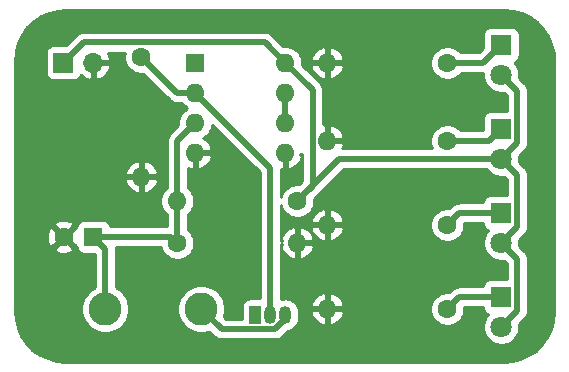
<source format=gbr>
G04 #@! TF.GenerationSoftware,KiCad,Pcbnew,(5.1.7)-1*
G04 #@! TF.CreationDate,2021-07-20T19:52:43-05:00*
G04 #@! TF.ProjectId,jfetTester,6a666574-5465-4737-9465-722e6b696361,rev?*
G04 #@! TF.SameCoordinates,Original*
G04 #@! TF.FileFunction,Copper,L1,Top*
G04 #@! TF.FilePolarity,Positive*
%FSLAX46Y46*%
G04 Gerber Fmt 4.6, Leading zero omitted, Abs format (unit mm)*
G04 Created by KiCad (PCBNEW (5.1.7)-1) date 2021-07-20 19:52:43*
%MOMM*%
%LPD*%
G01*
G04 APERTURE LIST*
G04 #@! TA.AperFunction,ComponentPad*
%ADD10R,1.700000X1.700000*%
G04 #@! TD*
G04 #@! TA.AperFunction,ComponentPad*
%ADD11O,1.700000X1.700000*%
G04 #@! TD*
G04 #@! TA.AperFunction,ComponentPad*
%ADD12R,1.600000X1.600000*%
G04 #@! TD*
G04 #@! TA.AperFunction,ComponentPad*
%ADD13C,1.600000*%
G04 #@! TD*
G04 #@! TA.AperFunction,ComponentPad*
%ADD14R,1.800000X1.800000*%
G04 #@! TD*
G04 #@! TA.AperFunction,ComponentPad*
%ADD15C,1.800000*%
G04 #@! TD*
G04 #@! TA.AperFunction,ComponentPad*
%ADD16O,1.050000X1.500000*%
G04 #@! TD*
G04 #@! TA.AperFunction,ComponentPad*
%ADD17R,1.050000X1.500000*%
G04 #@! TD*
G04 #@! TA.AperFunction,ComponentPad*
%ADD18O,1.600000X1.600000*%
G04 #@! TD*
G04 #@! TA.AperFunction,ComponentPad*
%ADD19C,2.800000*%
G04 #@! TD*
G04 #@! TA.AperFunction,Conductor*
%ADD20C,0.500000*%
G04 #@! TD*
G04 #@! TA.AperFunction,Conductor*
%ADD21C,0.254000*%
G04 #@! TD*
G04 #@! TA.AperFunction,Conductor*
%ADD22C,0.100000*%
G04 #@! TD*
G04 APERTURE END LIST*
D10*
G04 #@! TO.P,BT1,1*
G04 #@! TO.N,+9V*
X116840000Y-79248000D03*
D11*
G04 #@! TO.P,BT1,2*
G04 #@! TO.N,GND*
X119380000Y-79248000D03*
G04 #@! TD*
D12*
G04 #@! TO.P,C1,1*
G04 #@! TO.N,/4.5V*
X119380000Y-93980000D03*
D13*
G04 #@! TO.P,C1,2*
G04 #@! TO.N,GND*
X116880000Y-93980000D03*
G04 #@! TD*
D14*
G04 #@! TO.P,D1,1*
G04 #@! TO.N,Net-(D1-Pad1)*
X153924000Y-77724000D03*
D15*
G04 #@! TO.P,D1,2*
G04 #@! TO.N,+9V*
X153924000Y-80264000D03*
G04 #@! TD*
G04 #@! TO.P,D2,2*
G04 #@! TO.N,+9V*
X153924000Y-87376000D03*
D14*
G04 #@! TO.P,D2,1*
G04 #@! TO.N,Net-(D2-Pad1)*
X153924000Y-84836000D03*
G04 #@! TD*
G04 #@! TO.P,D3,1*
G04 #@! TO.N,Net-(D3-Pad1)*
X153924000Y-91948000D03*
D15*
G04 #@! TO.P,D3,2*
G04 #@! TO.N,+9V*
X153924000Y-94488000D03*
G04 #@! TD*
G04 #@! TO.P,D4,2*
G04 #@! TO.N,+9V*
X153924000Y-101600000D03*
D14*
G04 #@! TO.P,D4,1*
G04 #@! TO.N,Net-(D4-Pad1)*
X153924000Y-99060000D03*
G04 #@! TD*
D16*
G04 #@! TO.P,Q1,2*
G04 #@! TO.N,Net-(Q1-Pad2)*
X134366000Y-100584000D03*
G04 #@! TO.P,Q1,3*
G04 #@! TO.N,Net-(Q1-Pad3)*
X135636000Y-100584000D03*
D17*
G04 #@! TO.P,Q1,1*
G04 #@! TO.N,+9V*
X133096000Y-100584000D03*
G04 #@! TD*
D18*
G04 #@! TO.P,R1,2*
G04 #@! TO.N,/4.5V*
X126492000Y-90932000D03*
D13*
G04 #@! TO.P,R1,1*
G04 #@! TO.N,+9V*
X136652000Y-90932000D03*
G04 #@! TD*
G04 #@! TO.P,R2,1*
G04 #@! TO.N,/4.5V*
X126492000Y-94488000D03*
D18*
G04 #@! TO.P,R2,2*
G04 #@! TO.N,GND*
X136652000Y-94488000D03*
G04 #@! TD*
G04 #@! TO.P,R3,2*
G04 #@! TO.N,GND*
X123444000Y-88900000D03*
D13*
G04 #@! TO.P,R3,1*
G04 #@! TO.N,Net-(Q1-Pad2)*
X123444000Y-78740000D03*
G04 #@! TD*
G04 #@! TO.P,R4,1*
G04 #@! TO.N,Net-(D1-Pad1)*
X149352000Y-79248000D03*
D18*
G04 #@! TO.P,R4,2*
G04 #@! TO.N,GND*
X139192000Y-79248000D03*
G04 #@! TD*
G04 #@! TO.P,R5,2*
G04 #@! TO.N,GND*
X139192000Y-85852000D03*
D13*
G04 #@! TO.P,R5,1*
G04 #@! TO.N,Net-(D2-Pad1)*
X149352000Y-85852000D03*
G04 #@! TD*
G04 #@! TO.P,R6,1*
G04 #@! TO.N,Net-(D3-Pad1)*
X149352000Y-92964000D03*
D18*
G04 #@! TO.P,R6,2*
G04 #@! TO.N,GND*
X139192000Y-92964000D03*
G04 #@! TD*
D13*
G04 #@! TO.P,R7,1*
G04 #@! TO.N,Net-(D4-Pad1)*
X149352000Y-100076000D03*
D18*
G04 #@! TO.P,R7,2*
G04 #@! TO.N,GND*
X139192000Y-100076000D03*
G04 #@! TD*
D19*
G04 #@! TO.P,TP1,1*
G04 #@! TO.N,/4.5V*
X120396000Y-100076000D03*
G04 #@! TD*
G04 #@! TO.P,TP2,1*
G04 #@! TO.N,Net-(Q1-Pad3)*
X128524000Y-100076000D03*
G04 #@! TD*
D12*
G04 #@! TO.P,U1,1*
G04 #@! TO.N,Net-(Q1-Pad3)*
X128016000Y-79248000D03*
D18*
G04 #@! TO.P,U1,5*
G04 #@! TO.N,GND*
X135636000Y-86868000D03*
G04 #@! TO.P,U1,2*
G04 #@! TO.N,Net-(Q1-Pad2)*
X128016000Y-81788000D03*
G04 #@! TO.P,U1,6*
G04 #@! TO.N,Net-(U1-Pad6)*
X135636000Y-84328000D03*
G04 #@! TO.P,U1,3*
G04 #@! TO.N,/4.5V*
X128016000Y-84328000D03*
G04 #@! TO.P,U1,7*
G04 #@! TO.N,Net-(U1-Pad6)*
X135636000Y-81788000D03*
G04 #@! TO.P,U1,4*
G04 #@! TO.N,GND*
X128016000Y-86868000D03*
G04 #@! TO.P,U1,8*
G04 #@! TO.N,+9V*
X135636000Y-79248000D03*
G04 #@! TD*
D20*
G04 #@! TO.N,+9V*
X118598001Y-77489999D02*
X116840000Y-79248000D01*
X133877999Y-77489999D02*
X118598001Y-77489999D01*
X135636000Y-79248000D02*
X133877999Y-77489999D01*
X140208000Y-87376000D02*
X136652000Y-90932000D01*
X153924000Y-87376000D02*
X140208000Y-87376000D01*
X155274001Y-95838001D02*
X153924000Y-94488000D01*
X155274001Y-100249999D02*
X155274001Y-95838001D01*
X153924000Y-101600000D02*
X155274001Y-100249999D01*
X155274001Y-88726001D02*
X153924000Y-87376000D01*
X155274001Y-93137999D02*
X155274001Y-88726001D01*
X153924000Y-94488000D02*
X155274001Y-93137999D01*
X155274001Y-81614001D02*
X153924000Y-80264000D01*
X155274001Y-86025999D02*
X155274001Y-81614001D01*
X153924000Y-87376000D02*
X155274001Y-86025999D01*
X137941999Y-89642001D02*
X136652000Y-90932000D01*
X137941999Y-81553999D02*
X137941999Y-89642001D01*
X135636000Y-79248000D02*
X137941999Y-81553999D01*
G04 #@! TO.N,/4.5V*
X125984000Y-93980000D02*
X126492000Y-94488000D01*
X119380000Y-93980000D02*
X125984000Y-93980000D01*
X126492000Y-90932000D02*
X126492000Y-94488000D01*
X126492000Y-85852000D02*
X128016000Y-84328000D01*
X126492000Y-90932000D02*
X126492000Y-85852000D01*
X120396000Y-94996000D02*
X119380000Y-93980000D01*
X120396000Y-100076000D02*
X120396000Y-94996000D01*
G04 #@! TO.N,Net-(D1-Pad1)*
X152400000Y-79248000D02*
X153924000Y-77724000D01*
X149352000Y-79248000D02*
X152400000Y-79248000D01*
G04 #@! TO.N,Net-(D2-Pad1)*
X152908000Y-85852000D02*
X153924000Y-84836000D01*
X149352000Y-85852000D02*
X152908000Y-85852000D01*
G04 #@! TO.N,Net-(D3-Pad1)*
X150368000Y-91948000D02*
X149352000Y-92964000D01*
X153924000Y-91948000D02*
X150368000Y-91948000D01*
G04 #@! TO.N,Net-(D4-Pad1)*
X150368000Y-99060000D02*
X149352000Y-100076000D01*
X153924000Y-99060000D02*
X150368000Y-99060000D01*
G04 #@! TO.N,Net-(Q1-Pad2)*
X126492000Y-81788000D02*
X123444000Y-78740000D01*
X128016000Y-81788000D02*
X126492000Y-81788000D01*
X134366000Y-88138000D02*
X134366000Y-100584000D01*
X128016000Y-81788000D02*
X134366000Y-88138000D01*
G04 #@! TO.N,Net-(Q1-Pad3)*
X134769862Y-101784010D02*
X135636000Y-100917872D01*
X135636000Y-100917872D02*
X135636000Y-100584000D01*
X130232010Y-101784010D02*
X134769862Y-101784010D01*
X128524000Y-100076000D02*
X130232010Y-101784010D01*
G04 #@! TO.N,Net-(U1-Pad6)*
X135636000Y-81788000D02*
X135636000Y-84328000D01*
G04 #@! TD*
D21*
G04 #@! TO.N,GND*
X154923857Y-74848686D02*
X155646144Y-75046281D01*
X156322017Y-75368656D01*
X156930127Y-75805626D01*
X157451247Y-76343380D01*
X157868897Y-76964909D01*
X158169887Y-77650583D01*
X158346146Y-78384752D01*
X158393000Y-79022786D01*
X158393001Y-100295031D01*
X158323314Y-101075857D01*
X158125718Y-101798148D01*
X157803345Y-102474017D01*
X157366371Y-103082130D01*
X156828620Y-103603247D01*
X156207091Y-104020897D01*
X155521414Y-104321888D01*
X154787248Y-104498146D01*
X154149214Y-104545000D01*
X117001958Y-104545000D01*
X116221143Y-104475314D01*
X115498852Y-104277718D01*
X114822983Y-103955345D01*
X114214870Y-103518371D01*
X113693753Y-102980620D01*
X113276103Y-102359091D01*
X112975112Y-101673414D01*
X112798854Y-100939248D01*
X112752000Y-100301214D01*
X112752000Y-94972702D01*
X116066903Y-94972702D01*
X116138486Y-95216671D01*
X116393996Y-95337571D01*
X116668184Y-95406300D01*
X116950512Y-95420217D01*
X117230130Y-95378787D01*
X117496292Y-95283603D01*
X117621514Y-95216671D01*
X117693097Y-94972702D01*
X116880000Y-94159605D01*
X116066903Y-94972702D01*
X112752000Y-94972702D01*
X112752000Y-94050512D01*
X115439783Y-94050512D01*
X115481213Y-94330130D01*
X115576397Y-94596292D01*
X115643329Y-94721514D01*
X115887298Y-94793097D01*
X116700395Y-93980000D01*
X115887298Y-93166903D01*
X115643329Y-93238486D01*
X115522429Y-93493996D01*
X115453700Y-93768184D01*
X115439783Y-94050512D01*
X112752000Y-94050512D01*
X112752000Y-92987298D01*
X116066903Y-92987298D01*
X116880000Y-93800395D01*
X117693097Y-92987298D01*
X117621514Y-92743329D01*
X117366004Y-92622429D01*
X117091816Y-92553700D01*
X116809488Y-92539783D01*
X116529870Y-92581213D01*
X116263708Y-92676397D01*
X116138486Y-92743329D01*
X116066903Y-92987298D01*
X112752000Y-92987298D01*
X112752000Y-89249040D01*
X122052091Y-89249040D01*
X122146930Y-89513881D01*
X122291615Y-89755131D01*
X122480586Y-89963519D01*
X122706580Y-90131037D01*
X122960913Y-90251246D01*
X123094961Y-90291904D01*
X123317000Y-90169915D01*
X123317000Y-89027000D01*
X123571000Y-89027000D01*
X123571000Y-90169915D01*
X123793039Y-90291904D01*
X123927087Y-90251246D01*
X124181420Y-90131037D01*
X124407414Y-89963519D01*
X124596385Y-89755131D01*
X124741070Y-89513881D01*
X124835909Y-89249040D01*
X124714624Y-89027000D01*
X123571000Y-89027000D01*
X123317000Y-89027000D01*
X122173376Y-89027000D01*
X122052091Y-89249040D01*
X112752000Y-89249040D01*
X112752000Y-88550960D01*
X122052091Y-88550960D01*
X122173376Y-88773000D01*
X123317000Y-88773000D01*
X123317000Y-87630085D01*
X123571000Y-87630085D01*
X123571000Y-88773000D01*
X124714624Y-88773000D01*
X124835909Y-88550960D01*
X124741070Y-88286119D01*
X124596385Y-88044869D01*
X124407414Y-87836481D01*
X124181420Y-87668963D01*
X123927087Y-87548754D01*
X123793039Y-87508096D01*
X123571000Y-87630085D01*
X123317000Y-87630085D01*
X123094961Y-87508096D01*
X122960913Y-87548754D01*
X122706580Y-87668963D01*
X122480586Y-87836481D01*
X122291615Y-88044869D01*
X122146930Y-88286119D01*
X122052091Y-88550960D01*
X112752000Y-88550960D01*
X112752000Y-79028958D01*
X112808311Y-78398000D01*
X115351928Y-78398000D01*
X115351928Y-80098000D01*
X115364188Y-80222482D01*
X115400498Y-80342180D01*
X115459463Y-80452494D01*
X115538815Y-80549185D01*
X115635506Y-80628537D01*
X115745820Y-80687502D01*
X115865518Y-80723812D01*
X115990000Y-80736072D01*
X117690000Y-80736072D01*
X117814482Y-80723812D01*
X117934180Y-80687502D01*
X118044494Y-80628537D01*
X118141185Y-80549185D01*
X118220537Y-80452494D01*
X118279502Y-80342180D01*
X118303966Y-80261534D01*
X118379731Y-80345588D01*
X118613080Y-80519641D01*
X118875901Y-80644825D01*
X119023110Y-80689476D01*
X119253000Y-80568155D01*
X119253000Y-79375000D01*
X119507000Y-79375000D01*
X119507000Y-80568155D01*
X119736890Y-80689476D01*
X119884099Y-80644825D01*
X120146920Y-80519641D01*
X120380269Y-80345588D01*
X120575178Y-80129355D01*
X120724157Y-79879252D01*
X120821481Y-79604891D01*
X120700814Y-79375000D01*
X119507000Y-79375000D01*
X119253000Y-79375000D01*
X119233000Y-79375000D01*
X119233000Y-79121000D01*
X119253000Y-79121000D01*
X119253000Y-79101000D01*
X119507000Y-79101000D01*
X119507000Y-79121000D01*
X120700814Y-79121000D01*
X120821481Y-78891109D01*
X120724157Y-78616748D01*
X120580154Y-78374999D01*
X122053491Y-78374999D01*
X122009000Y-78598665D01*
X122009000Y-78881335D01*
X122064147Y-79158574D01*
X122172320Y-79419727D01*
X122329363Y-79654759D01*
X122529241Y-79854637D01*
X122764273Y-80011680D01*
X123025426Y-80119853D01*
X123302665Y-80175000D01*
X123585335Y-80175000D01*
X123620439Y-80168017D01*
X125835470Y-82383049D01*
X125863183Y-82416817D01*
X125896951Y-82444530D01*
X125896953Y-82444532D01*
X125925216Y-82467727D01*
X125997941Y-82527411D01*
X126151687Y-82609589D01*
X126267903Y-82644843D01*
X126318509Y-82660195D01*
X126333306Y-82661652D01*
X126448523Y-82673000D01*
X126448531Y-82673000D01*
X126492000Y-82677281D01*
X126535469Y-82673000D01*
X126881479Y-82673000D01*
X126901363Y-82702759D01*
X127101241Y-82902637D01*
X127333759Y-83058000D01*
X127101241Y-83213363D01*
X126901363Y-83413241D01*
X126744320Y-83648273D01*
X126636147Y-83909426D01*
X126581000Y-84186665D01*
X126581000Y-84469335D01*
X126587983Y-84504439D01*
X125896951Y-85195471D01*
X125863184Y-85223183D01*
X125835471Y-85256951D01*
X125835468Y-85256954D01*
X125752590Y-85357941D01*
X125670412Y-85511687D01*
X125619805Y-85678510D01*
X125602719Y-85852000D01*
X125607001Y-85895479D01*
X125607000Y-89797479D01*
X125577241Y-89817363D01*
X125377363Y-90017241D01*
X125220320Y-90252273D01*
X125112147Y-90513426D01*
X125057000Y-90790665D01*
X125057000Y-91073335D01*
X125112147Y-91350574D01*
X125220320Y-91611727D01*
X125377363Y-91846759D01*
X125577241Y-92046637D01*
X125607000Y-92066521D01*
X125607001Y-93095000D01*
X120809701Y-93095000D01*
X120805812Y-93055518D01*
X120769502Y-92935820D01*
X120710537Y-92825506D01*
X120631185Y-92728815D01*
X120534494Y-92649463D01*
X120424180Y-92590498D01*
X120304482Y-92554188D01*
X120180000Y-92541928D01*
X118580000Y-92541928D01*
X118455518Y-92554188D01*
X118335820Y-92590498D01*
X118225506Y-92649463D01*
X118128815Y-92728815D01*
X118049463Y-92825506D01*
X117990498Y-92935820D01*
X117954188Y-93055518D01*
X117941928Y-93180000D01*
X117941928Y-93187215D01*
X117872702Y-93166903D01*
X117059605Y-93980000D01*
X117872702Y-94793097D01*
X117941928Y-94772785D01*
X117941928Y-94780000D01*
X117954188Y-94904482D01*
X117990498Y-95024180D01*
X118049463Y-95134494D01*
X118128815Y-95231185D01*
X118225506Y-95310537D01*
X118335820Y-95369502D01*
X118455518Y-95405812D01*
X118580000Y-95418072D01*
X119511001Y-95418072D01*
X119511000Y-98239911D01*
X119432066Y-98272607D01*
X119098763Y-98495313D01*
X118815313Y-98778763D01*
X118592607Y-99112066D01*
X118439204Y-99482413D01*
X118361000Y-99875570D01*
X118361000Y-100276430D01*
X118439204Y-100669587D01*
X118592607Y-101039934D01*
X118815313Y-101373237D01*
X119098763Y-101656687D01*
X119432066Y-101879393D01*
X119802413Y-102032796D01*
X120195570Y-102111000D01*
X120596430Y-102111000D01*
X120989587Y-102032796D01*
X121359934Y-101879393D01*
X121693237Y-101656687D01*
X121976687Y-101373237D01*
X122199393Y-101039934D01*
X122352796Y-100669587D01*
X122431000Y-100276430D01*
X122431000Y-99875570D01*
X122352796Y-99482413D01*
X122199393Y-99112066D01*
X121976687Y-98778763D01*
X121693237Y-98495313D01*
X121359934Y-98272607D01*
X121281000Y-98239911D01*
X121281000Y-95039469D01*
X121285281Y-94996000D01*
X121281000Y-94952531D01*
X121281000Y-94952523D01*
X121272380Y-94865000D01*
X125103877Y-94865000D01*
X125112147Y-94906574D01*
X125220320Y-95167727D01*
X125377363Y-95402759D01*
X125577241Y-95602637D01*
X125812273Y-95759680D01*
X126073426Y-95867853D01*
X126350665Y-95923000D01*
X126633335Y-95923000D01*
X126910574Y-95867853D01*
X127171727Y-95759680D01*
X127406759Y-95602637D01*
X127606637Y-95402759D01*
X127763680Y-95167727D01*
X127871853Y-94906574D01*
X127927000Y-94629335D01*
X127927000Y-94346665D01*
X127871853Y-94069426D01*
X127763680Y-93808273D01*
X127606637Y-93573241D01*
X127406759Y-93373363D01*
X127377000Y-93353479D01*
X127377000Y-92066521D01*
X127406759Y-92046637D01*
X127606637Y-91846759D01*
X127763680Y-91611727D01*
X127871853Y-91350574D01*
X127927000Y-91073335D01*
X127927000Y-90790665D01*
X127871853Y-90513426D01*
X127763680Y-90252273D01*
X127606637Y-90017241D01*
X127406759Y-89817363D01*
X127377000Y-89797479D01*
X127377000Y-88150005D01*
X127402119Y-88165070D01*
X127666960Y-88259909D01*
X127889000Y-88138624D01*
X127889000Y-86995000D01*
X128143000Y-86995000D01*
X128143000Y-88138624D01*
X128365040Y-88259909D01*
X128629881Y-88165070D01*
X128871131Y-88020385D01*
X129079519Y-87831414D01*
X129247037Y-87605420D01*
X129367246Y-87351087D01*
X129407904Y-87217039D01*
X129285915Y-86995000D01*
X128143000Y-86995000D01*
X127889000Y-86995000D01*
X127869000Y-86995000D01*
X127869000Y-86741000D01*
X127889000Y-86741000D01*
X127889000Y-86721000D01*
X128143000Y-86721000D01*
X128143000Y-86741000D01*
X129285915Y-86741000D01*
X129407904Y-86518961D01*
X129367246Y-86384913D01*
X129247037Y-86130580D01*
X129079519Y-85904586D01*
X128871131Y-85715615D01*
X128685135Y-85604067D01*
X128695727Y-85599680D01*
X128930759Y-85442637D01*
X129130637Y-85242759D01*
X129287680Y-85007727D01*
X129395853Y-84746574D01*
X129450130Y-84473708D01*
X133481000Y-88504579D01*
X133481001Y-99195928D01*
X132571000Y-99195928D01*
X132446518Y-99208188D01*
X132326820Y-99244498D01*
X132216506Y-99303463D01*
X132119815Y-99382815D01*
X132040463Y-99479506D01*
X131981498Y-99589820D01*
X131945188Y-99709518D01*
X131932928Y-99834000D01*
X131932928Y-100899010D01*
X130598589Y-100899010D01*
X130448100Y-100748521D01*
X130480796Y-100669587D01*
X130559000Y-100276430D01*
X130559000Y-99875570D01*
X130480796Y-99482413D01*
X130327393Y-99112066D01*
X130104687Y-98778763D01*
X129821237Y-98495313D01*
X129487934Y-98272607D01*
X129117587Y-98119204D01*
X128724430Y-98041000D01*
X128323570Y-98041000D01*
X127930413Y-98119204D01*
X127560066Y-98272607D01*
X127226763Y-98495313D01*
X126943313Y-98778763D01*
X126720607Y-99112066D01*
X126567204Y-99482413D01*
X126489000Y-99875570D01*
X126489000Y-100276430D01*
X126567204Y-100669587D01*
X126720607Y-101039934D01*
X126943313Y-101373237D01*
X127226763Y-101656687D01*
X127560066Y-101879393D01*
X127930413Y-102032796D01*
X128323570Y-102111000D01*
X128724430Y-102111000D01*
X129117587Y-102032796D01*
X129196521Y-102000100D01*
X129575480Y-102379059D01*
X129603193Y-102412827D01*
X129636961Y-102440540D01*
X129636963Y-102440542D01*
X129697237Y-102490008D01*
X129737951Y-102523421D01*
X129891697Y-102605599D01*
X130058520Y-102656205D01*
X130188533Y-102669010D01*
X130188541Y-102669010D01*
X130232010Y-102673291D01*
X130275479Y-102669010D01*
X134726393Y-102669010D01*
X134769862Y-102673291D01*
X134813331Y-102669010D01*
X134813339Y-102669010D01*
X134943352Y-102656205D01*
X135110175Y-102605599D01*
X135263921Y-102523421D01*
X135398679Y-102412827D01*
X135426396Y-102379054D01*
X135852125Y-101953325D01*
X135863400Y-101952215D01*
X136082060Y-101885885D01*
X136283579Y-101778171D01*
X136460212Y-101633212D01*
X136605171Y-101456579D01*
X136712885Y-101255059D01*
X136779215Y-101036399D01*
X136796000Y-100865978D01*
X136796000Y-100425039D01*
X137800096Y-100425039D01*
X137840754Y-100559087D01*
X137960963Y-100813420D01*
X138128481Y-101039414D01*
X138336869Y-101228385D01*
X138578119Y-101373070D01*
X138842960Y-101467909D01*
X139065000Y-101346624D01*
X139065000Y-100203000D01*
X139319000Y-100203000D01*
X139319000Y-101346624D01*
X139541040Y-101467909D01*
X139805881Y-101373070D01*
X140047131Y-101228385D01*
X140255519Y-101039414D01*
X140423037Y-100813420D01*
X140543246Y-100559087D01*
X140583904Y-100425039D01*
X140461915Y-100203000D01*
X139319000Y-100203000D01*
X139065000Y-100203000D01*
X137922085Y-100203000D01*
X137800096Y-100425039D01*
X136796000Y-100425039D01*
X136796000Y-100302021D01*
X136779215Y-100131600D01*
X136712885Y-99912940D01*
X136613478Y-99726961D01*
X137800096Y-99726961D01*
X137922085Y-99949000D01*
X139065000Y-99949000D01*
X139065000Y-98805376D01*
X139319000Y-98805376D01*
X139319000Y-99949000D01*
X140461915Y-99949000D01*
X140583904Y-99726961D01*
X140543246Y-99592913D01*
X140423037Y-99338580D01*
X140255519Y-99112586D01*
X140047131Y-98923615D01*
X139805881Y-98778930D01*
X139541040Y-98684091D01*
X139319000Y-98805376D01*
X139065000Y-98805376D01*
X138842960Y-98684091D01*
X138578119Y-98778930D01*
X138336869Y-98923615D01*
X138128481Y-99112586D01*
X137960963Y-99338580D01*
X137840754Y-99592913D01*
X137800096Y-99726961D01*
X136613478Y-99726961D01*
X136605171Y-99711421D01*
X136460212Y-99534788D01*
X136283578Y-99389829D01*
X136082059Y-99282115D01*
X135863399Y-99215785D01*
X135636000Y-99193388D01*
X135408600Y-99215785D01*
X135251000Y-99263593D01*
X135251000Y-94615002D01*
X135382084Y-94615002D01*
X135260096Y-94837039D01*
X135300754Y-94971087D01*
X135420963Y-95225420D01*
X135588481Y-95451414D01*
X135796869Y-95640385D01*
X136038119Y-95785070D01*
X136302960Y-95879909D01*
X136525000Y-95758624D01*
X136525000Y-94615000D01*
X136779000Y-94615000D01*
X136779000Y-95758624D01*
X137001040Y-95879909D01*
X137265881Y-95785070D01*
X137507131Y-95640385D01*
X137715519Y-95451414D01*
X137883037Y-95225420D01*
X138003246Y-94971087D01*
X138043904Y-94837039D01*
X137921915Y-94615000D01*
X136779000Y-94615000D01*
X136525000Y-94615000D01*
X136505000Y-94615000D01*
X136505000Y-94361000D01*
X136525000Y-94361000D01*
X136525000Y-93217376D01*
X136779000Y-93217376D01*
X136779000Y-94361000D01*
X137921915Y-94361000D01*
X138043904Y-94138961D01*
X138003246Y-94004913D01*
X137883037Y-93750580D01*
X137715519Y-93524586D01*
X137507131Y-93335615D01*
X137469488Y-93313039D01*
X137800096Y-93313039D01*
X137840754Y-93447087D01*
X137960963Y-93701420D01*
X138128481Y-93927414D01*
X138336869Y-94116385D01*
X138578119Y-94261070D01*
X138842960Y-94355909D01*
X139065000Y-94234624D01*
X139065000Y-93091000D01*
X139319000Y-93091000D01*
X139319000Y-94234624D01*
X139541040Y-94355909D01*
X139805881Y-94261070D01*
X140047131Y-94116385D01*
X140255519Y-93927414D01*
X140423037Y-93701420D01*
X140543246Y-93447087D01*
X140583904Y-93313039D01*
X140461915Y-93091000D01*
X139319000Y-93091000D01*
X139065000Y-93091000D01*
X137922085Y-93091000D01*
X137800096Y-93313039D01*
X137469488Y-93313039D01*
X137265881Y-93190930D01*
X137001040Y-93096091D01*
X136779000Y-93217376D01*
X136525000Y-93217376D01*
X136302960Y-93096091D01*
X136038119Y-93190930D01*
X135796869Y-93335615D01*
X135588481Y-93524586D01*
X135420963Y-93750580D01*
X135300754Y-94004913D01*
X135260096Y-94138961D01*
X135382084Y-94360998D01*
X135251000Y-94360998D01*
X135251000Y-92614961D01*
X137800096Y-92614961D01*
X137922085Y-92837000D01*
X139065000Y-92837000D01*
X139065000Y-91693376D01*
X139319000Y-91693376D01*
X139319000Y-92837000D01*
X140461915Y-92837000D01*
X140583904Y-92614961D01*
X140543246Y-92480913D01*
X140423037Y-92226580D01*
X140255519Y-92000586D01*
X140047131Y-91811615D01*
X139805881Y-91666930D01*
X139541040Y-91572091D01*
X139319000Y-91693376D01*
X139065000Y-91693376D01*
X138842960Y-91572091D01*
X138578119Y-91666930D01*
X138336869Y-91811615D01*
X138128481Y-92000586D01*
X137960963Y-92226580D01*
X137840754Y-92480913D01*
X137800096Y-92614961D01*
X135251000Y-92614961D01*
X135251000Y-91244262D01*
X135272147Y-91350574D01*
X135380320Y-91611727D01*
X135537363Y-91846759D01*
X135737241Y-92046637D01*
X135972273Y-92203680D01*
X136233426Y-92311853D01*
X136510665Y-92367000D01*
X136793335Y-92367000D01*
X137070574Y-92311853D01*
X137331727Y-92203680D01*
X137566759Y-92046637D01*
X137766637Y-91846759D01*
X137923680Y-91611727D01*
X138031853Y-91350574D01*
X138087000Y-91073335D01*
X138087000Y-90790665D01*
X138080017Y-90755561D01*
X138537048Y-90298531D01*
X138570816Y-90270818D01*
X138598531Y-90237047D01*
X140574579Y-88261000D01*
X152669210Y-88261000D01*
X152731688Y-88354505D01*
X152945495Y-88568312D01*
X153196905Y-88736299D01*
X153476257Y-88852011D01*
X153772816Y-88911000D01*
X154075184Y-88911000D01*
X154185482Y-88889060D01*
X154389002Y-89092581D01*
X154389002Y-90409928D01*
X153024000Y-90409928D01*
X152899518Y-90422188D01*
X152779820Y-90458498D01*
X152669506Y-90517463D01*
X152572815Y-90596815D01*
X152493463Y-90693506D01*
X152434498Y-90803820D01*
X152398188Y-90923518D01*
X152385928Y-91048000D01*
X152385928Y-91063000D01*
X150411469Y-91063000D01*
X150368000Y-91058719D01*
X150324531Y-91063000D01*
X150324523Y-91063000D01*
X150219589Y-91073335D01*
X150194509Y-91075805D01*
X150143903Y-91091157D01*
X150027687Y-91126411D01*
X149873941Y-91208589D01*
X149873939Y-91208590D01*
X149873940Y-91208590D01*
X149772953Y-91291468D01*
X149772951Y-91291470D01*
X149739183Y-91319183D01*
X149711470Y-91352951D01*
X149528439Y-91535983D01*
X149493335Y-91529000D01*
X149210665Y-91529000D01*
X148933426Y-91584147D01*
X148672273Y-91692320D01*
X148437241Y-91849363D01*
X148237363Y-92049241D01*
X148080320Y-92284273D01*
X147972147Y-92545426D01*
X147917000Y-92822665D01*
X147917000Y-93105335D01*
X147972147Y-93382574D01*
X148080320Y-93643727D01*
X148237363Y-93878759D01*
X148437241Y-94078637D01*
X148672273Y-94235680D01*
X148933426Y-94343853D01*
X149210665Y-94399000D01*
X149493335Y-94399000D01*
X149770574Y-94343853D01*
X150031727Y-94235680D01*
X150266759Y-94078637D01*
X150466637Y-93878759D01*
X150623680Y-93643727D01*
X150731853Y-93382574D01*
X150787000Y-93105335D01*
X150787000Y-92833000D01*
X152385928Y-92833000D01*
X152385928Y-92848000D01*
X152398188Y-92972482D01*
X152434498Y-93092180D01*
X152493463Y-93202494D01*
X152572815Y-93299185D01*
X152669506Y-93378537D01*
X152779820Y-93437502D01*
X152798127Y-93443056D01*
X152731688Y-93509495D01*
X152563701Y-93760905D01*
X152447989Y-94040257D01*
X152389000Y-94336816D01*
X152389000Y-94639184D01*
X152447989Y-94935743D01*
X152563701Y-95215095D01*
X152731688Y-95466505D01*
X152945495Y-95680312D01*
X153196905Y-95848299D01*
X153476257Y-95964011D01*
X153772816Y-96023000D01*
X154075184Y-96023000D01*
X154185482Y-96001060D01*
X154389002Y-96204581D01*
X154389002Y-97521928D01*
X153024000Y-97521928D01*
X152899518Y-97534188D01*
X152779820Y-97570498D01*
X152669506Y-97629463D01*
X152572815Y-97708815D01*
X152493463Y-97805506D01*
X152434498Y-97915820D01*
X152398188Y-98035518D01*
X152385928Y-98160000D01*
X152385928Y-98175000D01*
X150411469Y-98175000D01*
X150368000Y-98170719D01*
X150324531Y-98175000D01*
X150324523Y-98175000D01*
X150209306Y-98186348D01*
X150194509Y-98187805D01*
X150143903Y-98203157D01*
X150027687Y-98238411D01*
X149873941Y-98320589D01*
X149873939Y-98320590D01*
X149873940Y-98320590D01*
X149772953Y-98403468D01*
X149772951Y-98403470D01*
X149739183Y-98431183D01*
X149711470Y-98464951D01*
X149528439Y-98647983D01*
X149493335Y-98641000D01*
X149210665Y-98641000D01*
X148933426Y-98696147D01*
X148672273Y-98804320D01*
X148437241Y-98961363D01*
X148237363Y-99161241D01*
X148080320Y-99396273D01*
X147972147Y-99657426D01*
X147917000Y-99934665D01*
X147917000Y-100217335D01*
X147972147Y-100494574D01*
X148080320Y-100755727D01*
X148237363Y-100990759D01*
X148437241Y-101190637D01*
X148672273Y-101347680D01*
X148933426Y-101455853D01*
X149210665Y-101511000D01*
X149493335Y-101511000D01*
X149770574Y-101455853D01*
X150031727Y-101347680D01*
X150266759Y-101190637D01*
X150466637Y-100990759D01*
X150623680Y-100755727D01*
X150731853Y-100494574D01*
X150787000Y-100217335D01*
X150787000Y-99945000D01*
X152385928Y-99945000D01*
X152385928Y-99960000D01*
X152398188Y-100084482D01*
X152434498Y-100204180D01*
X152493463Y-100314494D01*
X152572815Y-100411185D01*
X152669506Y-100490537D01*
X152779820Y-100549502D01*
X152798127Y-100555056D01*
X152731688Y-100621495D01*
X152563701Y-100872905D01*
X152447989Y-101152257D01*
X152389000Y-101448816D01*
X152389000Y-101751184D01*
X152447989Y-102047743D01*
X152563701Y-102327095D01*
X152731688Y-102578505D01*
X152945495Y-102792312D01*
X153196905Y-102960299D01*
X153476257Y-103076011D01*
X153772816Y-103135000D01*
X154075184Y-103135000D01*
X154371743Y-103076011D01*
X154651095Y-102960299D01*
X154902505Y-102792312D01*
X155116312Y-102578505D01*
X155284299Y-102327095D01*
X155400011Y-102047743D01*
X155459000Y-101751184D01*
X155459000Y-101448816D01*
X155437060Y-101338518D01*
X155869051Y-100906528D01*
X155902818Y-100878816D01*
X155954855Y-100815410D01*
X156013412Y-100744058D01*
X156019573Y-100732532D01*
X156095590Y-100590312D01*
X156146196Y-100423489D01*
X156159001Y-100293476D01*
X156159001Y-100293468D01*
X156163282Y-100249999D01*
X156159001Y-100206530D01*
X156159001Y-95881470D01*
X156163282Y-95838001D01*
X156159001Y-95794532D01*
X156159001Y-95794524D01*
X156146196Y-95664511D01*
X156095590Y-95497688D01*
X156013412Y-95343942D01*
X155902818Y-95209184D01*
X155869050Y-95181471D01*
X155437060Y-94749482D01*
X155459000Y-94639184D01*
X155459000Y-94336816D01*
X155437060Y-94226518D01*
X155869051Y-93794528D01*
X155902818Y-93766816D01*
X155954855Y-93703410D01*
X156013412Y-93632058D01*
X156031232Y-93598719D01*
X156095590Y-93478312D01*
X156146196Y-93311489D01*
X156159001Y-93181476D01*
X156159001Y-93181468D01*
X156163282Y-93137999D01*
X156159001Y-93094530D01*
X156159001Y-88769470D01*
X156163282Y-88726001D01*
X156159001Y-88682532D01*
X156159001Y-88682524D01*
X156146196Y-88552511D01*
X156095590Y-88385688D01*
X156013412Y-88231942D01*
X155958531Y-88165070D01*
X155930533Y-88130954D01*
X155930531Y-88130952D01*
X155902818Y-88097184D01*
X155869050Y-88069471D01*
X155437060Y-87637482D01*
X155459000Y-87527184D01*
X155459000Y-87224816D01*
X155437060Y-87114518D01*
X155869051Y-86682528D01*
X155902818Y-86654816D01*
X155954855Y-86591410D01*
X156013412Y-86520058D01*
X156031232Y-86486719D01*
X156095590Y-86366312D01*
X156146196Y-86199489D01*
X156159001Y-86069476D01*
X156159001Y-86069468D01*
X156163282Y-86025999D01*
X156159001Y-85982530D01*
X156159001Y-81657470D01*
X156163282Y-81614001D01*
X156159001Y-81570532D01*
X156159001Y-81570524D01*
X156146196Y-81440511D01*
X156095590Y-81273688D01*
X156013412Y-81119942D01*
X155964169Y-81059940D01*
X155930533Y-81018954D01*
X155930531Y-81018952D01*
X155902818Y-80985184D01*
X155869050Y-80957471D01*
X155437060Y-80525482D01*
X155459000Y-80415184D01*
X155459000Y-80112816D01*
X155400011Y-79816257D01*
X155284299Y-79536905D01*
X155116312Y-79285495D01*
X155049873Y-79219056D01*
X155068180Y-79213502D01*
X155178494Y-79154537D01*
X155275185Y-79075185D01*
X155354537Y-78978494D01*
X155413502Y-78868180D01*
X155449812Y-78748482D01*
X155462072Y-78624000D01*
X155462072Y-76824000D01*
X155449812Y-76699518D01*
X155413502Y-76579820D01*
X155354537Y-76469506D01*
X155275185Y-76372815D01*
X155178494Y-76293463D01*
X155068180Y-76234498D01*
X154948482Y-76198188D01*
X154824000Y-76185928D01*
X153024000Y-76185928D01*
X152899518Y-76198188D01*
X152779820Y-76234498D01*
X152669506Y-76293463D01*
X152572815Y-76372815D01*
X152493463Y-76469506D01*
X152434498Y-76579820D01*
X152398188Y-76699518D01*
X152385928Y-76824000D01*
X152385928Y-78010494D01*
X152033422Y-78363000D01*
X150486521Y-78363000D01*
X150466637Y-78333241D01*
X150266759Y-78133363D01*
X150031727Y-77976320D01*
X149770574Y-77868147D01*
X149493335Y-77813000D01*
X149210665Y-77813000D01*
X148933426Y-77868147D01*
X148672273Y-77976320D01*
X148437241Y-78133363D01*
X148237363Y-78333241D01*
X148080320Y-78568273D01*
X147972147Y-78829426D01*
X147917000Y-79106665D01*
X147917000Y-79389335D01*
X147972147Y-79666574D01*
X148080320Y-79927727D01*
X148237363Y-80162759D01*
X148437241Y-80362637D01*
X148672273Y-80519680D01*
X148933426Y-80627853D01*
X149210665Y-80683000D01*
X149493335Y-80683000D01*
X149770574Y-80627853D01*
X150031727Y-80519680D01*
X150266759Y-80362637D01*
X150466637Y-80162759D01*
X150486521Y-80133000D01*
X152356531Y-80133000D01*
X152389000Y-80136198D01*
X152389000Y-80415184D01*
X152447989Y-80711743D01*
X152563701Y-80991095D01*
X152731688Y-81242505D01*
X152945495Y-81456312D01*
X153196905Y-81624299D01*
X153476257Y-81740011D01*
X153772816Y-81799000D01*
X154075184Y-81799000D01*
X154185482Y-81777060D01*
X154389002Y-81980581D01*
X154389002Y-83297928D01*
X153024000Y-83297928D01*
X152899518Y-83310188D01*
X152779820Y-83346498D01*
X152669506Y-83405463D01*
X152572815Y-83484815D01*
X152493463Y-83581506D01*
X152434498Y-83691820D01*
X152398188Y-83811518D01*
X152385928Y-83936000D01*
X152385928Y-84967000D01*
X150486521Y-84967000D01*
X150466637Y-84937241D01*
X150266759Y-84737363D01*
X150031727Y-84580320D01*
X149770574Y-84472147D01*
X149493335Y-84417000D01*
X149210665Y-84417000D01*
X148933426Y-84472147D01*
X148672273Y-84580320D01*
X148437241Y-84737363D01*
X148237363Y-84937241D01*
X148080320Y-85172273D01*
X147972147Y-85433426D01*
X147917000Y-85710665D01*
X147917000Y-85993335D01*
X147972147Y-86270574D01*
X148063450Y-86491000D01*
X140469555Y-86491000D01*
X140543246Y-86335087D01*
X140583904Y-86201039D01*
X140461915Y-85979000D01*
X139319000Y-85979000D01*
X139319000Y-85999000D01*
X139065000Y-85999000D01*
X139065000Y-85979000D01*
X139045000Y-85979000D01*
X139045000Y-85725000D01*
X139065000Y-85725000D01*
X139065000Y-84581376D01*
X139319000Y-84581376D01*
X139319000Y-85725000D01*
X140461915Y-85725000D01*
X140583904Y-85502961D01*
X140543246Y-85368913D01*
X140423037Y-85114580D01*
X140255519Y-84888586D01*
X140047131Y-84699615D01*
X139805881Y-84554930D01*
X139541040Y-84460091D01*
X139319000Y-84581376D01*
X139065000Y-84581376D01*
X138842960Y-84460091D01*
X138826999Y-84465807D01*
X138826999Y-81597465D01*
X138831280Y-81553998D01*
X138826999Y-81510532D01*
X138826999Y-81510522D01*
X138814194Y-81380509D01*
X138763588Y-81213686D01*
X138681410Y-81059940D01*
X138570816Y-80925182D01*
X138537049Y-80897470D01*
X137236618Y-79597039D01*
X137800096Y-79597039D01*
X137840754Y-79731087D01*
X137960963Y-79985420D01*
X138128481Y-80211414D01*
X138336869Y-80400385D01*
X138578119Y-80545070D01*
X138842960Y-80639909D01*
X139065000Y-80518624D01*
X139065000Y-79375000D01*
X139319000Y-79375000D01*
X139319000Y-80518624D01*
X139541040Y-80639909D01*
X139805881Y-80545070D01*
X140047131Y-80400385D01*
X140255519Y-80211414D01*
X140423037Y-79985420D01*
X140543246Y-79731087D01*
X140583904Y-79597039D01*
X140461915Y-79375000D01*
X139319000Y-79375000D01*
X139065000Y-79375000D01*
X137922085Y-79375000D01*
X137800096Y-79597039D01*
X137236618Y-79597039D01*
X137064017Y-79424439D01*
X137071000Y-79389335D01*
X137071000Y-79106665D01*
X137029685Y-78898961D01*
X137800096Y-78898961D01*
X137922085Y-79121000D01*
X139065000Y-79121000D01*
X139065000Y-77977376D01*
X139319000Y-77977376D01*
X139319000Y-79121000D01*
X140461915Y-79121000D01*
X140583904Y-78898961D01*
X140543246Y-78764913D01*
X140423037Y-78510580D01*
X140255519Y-78284586D01*
X140047131Y-78095615D01*
X139805881Y-77950930D01*
X139541040Y-77856091D01*
X139319000Y-77977376D01*
X139065000Y-77977376D01*
X138842960Y-77856091D01*
X138578119Y-77950930D01*
X138336869Y-78095615D01*
X138128481Y-78284586D01*
X137960963Y-78510580D01*
X137840754Y-78764913D01*
X137800096Y-78898961D01*
X137029685Y-78898961D01*
X137015853Y-78829426D01*
X136907680Y-78568273D01*
X136750637Y-78333241D01*
X136550759Y-78133363D01*
X136315727Y-77976320D01*
X136054574Y-77868147D01*
X135777335Y-77813000D01*
X135494665Y-77813000D01*
X135459561Y-77819983D01*
X134534533Y-76894955D01*
X134506816Y-76861182D01*
X134372058Y-76750588D01*
X134218312Y-76668410D01*
X134051489Y-76617804D01*
X133921476Y-76604999D01*
X133921468Y-76604999D01*
X133877999Y-76600718D01*
X133834530Y-76604999D01*
X118641470Y-76604999D01*
X118598001Y-76600718D01*
X118554532Y-76604999D01*
X118554524Y-76604999D01*
X118424511Y-76617804D01*
X118257688Y-76668410D01*
X118155884Y-76722825D01*
X118103942Y-76750588D01*
X118002954Y-76833467D01*
X118002952Y-76833469D01*
X117969184Y-76861182D01*
X117941471Y-76894950D01*
X117076494Y-77759928D01*
X115990000Y-77759928D01*
X115865518Y-77772188D01*
X115745820Y-77808498D01*
X115635506Y-77867463D01*
X115538815Y-77946815D01*
X115459463Y-78043506D01*
X115400498Y-78153820D01*
X115364188Y-78273518D01*
X115351928Y-78398000D01*
X112808311Y-78398000D01*
X112821686Y-78248143D01*
X113019281Y-77525856D01*
X113341656Y-76849983D01*
X113778626Y-76241873D01*
X114316380Y-75720753D01*
X114937909Y-75303103D01*
X115623583Y-75002113D01*
X116357752Y-74825854D01*
X116995786Y-74779000D01*
X154143042Y-74779000D01*
X154923857Y-74848686D01*
G04 #@! TA.AperFunction,Conductor*
D22*
G36*
X154923857Y-74848686D02*
G01*
X155646144Y-75046281D01*
X156322017Y-75368656D01*
X156930127Y-75805626D01*
X157451247Y-76343380D01*
X157868897Y-76964909D01*
X158169887Y-77650583D01*
X158346146Y-78384752D01*
X158393000Y-79022786D01*
X158393001Y-100295031D01*
X158323314Y-101075857D01*
X158125718Y-101798148D01*
X157803345Y-102474017D01*
X157366371Y-103082130D01*
X156828620Y-103603247D01*
X156207091Y-104020897D01*
X155521414Y-104321888D01*
X154787248Y-104498146D01*
X154149214Y-104545000D01*
X117001958Y-104545000D01*
X116221143Y-104475314D01*
X115498852Y-104277718D01*
X114822983Y-103955345D01*
X114214870Y-103518371D01*
X113693753Y-102980620D01*
X113276103Y-102359091D01*
X112975112Y-101673414D01*
X112798854Y-100939248D01*
X112752000Y-100301214D01*
X112752000Y-94972702D01*
X116066903Y-94972702D01*
X116138486Y-95216671D01*
X116393996Y-95337571D01*
X116668184Y-95406300D01*
X116950512Y-95420217D01*
X117230130Y-95378787D01*
X117496292Y-95283603D01*
X117621514Y-95216671D01*
X117693097Y-94972702D01*
X116880000Y-94159605D01*
X116066903Y-94972702D01*
X112752000Y-94972702D01*
X112752000Y-94050512D01*
X115439783Y-94050512D01*
X115481213Y-94330130D01*
X115576397Y-94596292D01*
X115643329Y-94721514D01*
X115887298Y-94793097D01*
X116700395Y-93980000D01*
X115887298Y-93166903D01*
X115643329Y-93238486D01*
X115522429Y-93493996D01*
X115453700Y-93768184D01*
X115439783Y-94050512D01*
X112752000Y-94050512D01*
X112752000Y-92987298D01*
X116066903Y-92987298D01*
X116880000Y-93800395D01*
X117693097Y-92987298D01*
X117621514Y-92743329D01*
X117366004Y-92622429D01*
X117091816Y-92553700D01*
X116809488Y-92539783D01*
X116529870Y-92581213D01*
X116263708Y-92676397D01*
X116138486Y-92743329D01*
X116066903Y-92987298D01*
X112752000Y-92987298D01*
X112752000Y-89249040D01*
X122052091Y-89249040D01*
X122146930Y-89513881D01*
X122291615Y-89755131D01*
X122480586Y-89963519D01*
X122706580Y-90131037D01*
X122960913Y-90251246D01*
X123094961Y-90291904D01*
X123317000Y-90169915D01*
X123317000Y-89027000D01*
X123571000Y-89027000D01*
X123571000Y-90169915D01*
X123793039Y-90291904D01*
X123927087Y-90251246D01*
X124181420Y-90131037D01*
X124407414Y-89963519D01*
X124596385Y-89755131D01*
X124741070Y-89513881D01*
X124835909Y-89249040D01*
X124714624Y-89027000D01*
X123571000Y-89027000D01*
X123317000Y-89027000D01*
X122173376Y-89027000D01*
X122052091Y-89249040D01*
X112752000Y-89249040D01*
X112752000Y-88550960D01*
X122052091Y-88550960D01*
X122173376Y-88773000D01*
X123317000Y-88773000D01*
X123317000Y-87630085D01*
X123571000Y-87630085D01*
X123571000Y-88773000D01*
X124714624Y-88773000D01*
X124835909Y-88550960D01*
X124741070Y-88286119D01*
X124596385Y-88044869D01*
X124407414Y-87836481D01*
X124181420Y-87668963D01*
X123927087Y-87548754D01*
X123793039Y-87508096D01*
X123571000Y-87630085D01*
X123317000Y-87630085D01*
X123094961Y-87508096D01*
X122960913Y-87548754D01*
X122706580Y-87668963D01*
X122480586Y-87836481D01*
X122291615Y-88044869D01*
X122146930Y-88286119D01*
X122052091Y-88550960D01*
X112752000Y-88550960D01*
X112752000Y-79028958D01*
X112808311Y-78398000D01*
X115351928Y-78398000D01*
X115351928Y-80098000D01*
X115364188Y-80222482D01*
X115400498Y-80342180D01*
X115459463Y-80452494D01*
X115538815Y-80549185D01*
X115635506Y-80628537D01*
X115745820Y-80687502D01*
X115865518Y-80723812D01*
X115990000Y-80736072D01*
X117690000Y-80736072D01*
X117814482Y-80723812D01*
X117934180Y-80687502D01*
X118044494Y-80628537D01*
X118141185Y-80549185D01*
X118220537Y-80452494D01*
X118279502Y-80342180D01*
X118303966Y-80261534D01*
X118379731Y-80345588D01*
X118613080Y-80519641D01*
X118875901Y-80644825D01*
X119023110Y-80689476D01*
X119253000Y-80568155D01*
X119253000Y-79375000D01*
X119507000Y-79375000D01*
X119507000Y-80568155D01*
X119736890Y-80689476D01*
X119884099Y-80644825D01*
X120146920Y-80519641D01*
X120380269Y-80345588D01*
X120575178Y-80129355D01*
X120724157Y-79879252D01*
X120821481Y-79604891D01*
X120700814Y-79375000D01*
X119507000Y-79375000D01*
X119253000Y-79375000D01*
X119233000Y-79375000D01*
X119233000Y-79121000D01*
X119253000Y-79121000D01*
X119253000Y-79101000D01*
X119507000Y-79101000D01*
X119507000Y-79121000D01*
X120700814Y-79121000D01*
X120821481Y-78891109D01*
X120724157Y-78616748D01*
X120580154Y-78374999D01*
X122053491Y-78374999D01*
X122009000Y-78598665D01*
X122009000Y-78881335D01*
X122064147Y-79158574D01*
X122172320Y-79419727D01*
X122329363Y-79654759D01*
X122529241Y-79854637D01*
X122764273Y-80011680D01*
X123025426Y-80119853D01*
X123302665Y-80175000D01*
X123585335Y-80175000D01*
X123620439Y-80168017D01*
X125835470Y-82383049D01*
X125863183Y-82416817D01*
X125896951Y-82444530D01*
X125896953Y-82444532D01*
X125925216Y-82467727D01*
X125997941Y-82527411D01*
X126151687Y-82609589D01*
X126267903Y-82644843D01*
X126318509Y-82660195D01*
X126333306Y-82661652D01*
X126448523Y-82673000D01*
X126448531Y-82673000D01*
X126492000Y-82677281D01*
X126535469Y-82673000D01*
X126881479Y-82673000D01*
X126901363Y-82702759D01*
X127101241Y-82902637D01*
X127333759Y-83058000D01*
X127101241Y-83213363D01*
X126901363Y-83413241D01*
X126744320Y-83648273D01*
X126636147Y-83909426D01*
X126581000Y-84186665D01*
X126581000Y-84469335D01*
X126587983Y-84504439D01*
X125896951Y-85195471D01*
X125863184Y-85223183D01*
X125835471Y-85256951D01*
X125835468Y-85256954D01*
X125752590Y-85357941D01*
X125670412Y-85511687D01*
X125619805Y-85678510D01*
X125602719Y-85852000D01*
X125607001Y-85895479D01*
X125607000Y-89797479D01*
X125577241Y-89817363D01*
X125377363Y-90017241D01*
X125220320Y-90252273D01*
X125112147Y-90513426D01*
X125057000Y-90790665D01*
X125057000Y-91073335D01*
X125112147Y-91350574D01*
X125220320Y-91611727D01*
X125377363Y-91846759D01*
X125577241Y-92046637D01*
X125607000Y-92066521D01*
X125607001Y-93095000D01*
X120809701Y-93095000D01*
X120805812Y-93055518D01*
X120769502Y-92935820D01*
X120710537Y-92825506D01*
X120631185Y-92728815D01*
X120534494Y-92649463D01*
X120424180Y-92590498D01*
X120304482Y-92554188D01*
X120180000Y-92541928D01*
X118580000Y-92541928D01*
X118455518Y-92554188D01*
X118335820Y-92590498D01*
X118225506Y-92649463D01*
X118128815Y-92728815D01*
X118049463Y-92825506D01*
X117990498Y-92935820D01*
X117954188Y-93055518D01*
X117941928Y-93180000D01*
X117941928Y-93187215D01*
X117872702Y-93166903D01*
X117059605Y-93980000D01*
X117872702Y-94793097D01*
X117941928Y-94772785D01*
X117941928Y-94780000D01*
X117954188Y-94904482D01*
X117990498Y-95024180D01*
X118049463Y-95134494D01*
X118128815Y-95231185D01*
X118225506Y-95310537D01*
X118335820Y-95369502D01*
X118455518Y-95405812D01*
X118580000Y-95418072D01*
X119511001Y-95418072D01*
X119511000Y-98239911D01*
X119432066Y-98272607D01*
X119098763Y-98495313D01*
X118815313Y-98778763D01*
X118592607Y-99112066D01*
X118439204Y-99482413D01*
X118361000Y-99875570D01*
X118361000Y-100276430D01*
X118439204Y-100669587D01*
X118592607Y-101039934D01*
X118815313Y-101373237D01*
X119098763Y-101656687D01*
X119432066Y-101879393D01*
X119802413Y-102032796D01*
X120195570Y-102111000D01*
X120596430Y-102111000D01*
X120989587Y-102032796D01*
X121359934Y-101879393D01*
X121693237Y-101656687D01*
X121976687Y-101373237D01*
X122199393Y-101039934D01*
X122352796Y-100669587D01*
X122431000Y-100276430D01*
X122431000Y-99875570D01*
X122352796Y-99482413D01*
X122199393Y-99112066D01*
X121976687Y-98778763D01*
X121693237Y-98495313D01*
X121359934Y-98272607D01*
X121281000Y-98239911D01*
X121281000Y-95039469D01*
X121285281Y-94996000D01*
X121281000Y-94952531D01*
X121281000Y-94952523D01*
X121272380Y-94865000D01*
X125103877Y-94865000D01*
X125112147Y-94906574D01*
X125220320Y-95167727D01*
X125377363Y-95402759D01*
X125577241Y-95602637D01*
X125812273Y-95759680D01*
X126073426Y-95867853D01*
X126350665Y-95923000D01*
X126633335Y-95923000D01*
X126910574Y-95867853D01*
X127171727Y-95759680D01*
X127406759Y-95602637D01*
X127606637Y-95402759D01*
X127763680Y-95167727D01*
X127871853Y-94906574D01*
X127927000Y-94629335D01*
X127927000Y-94346665D01*
X127871853Y-94069426D01*
X127763680Y-93808273D01*
X127606637Y-93573241D01*
X127406759Y-93373363D01*
X127377000Y-93353479D01*
X127377000Y-92066521D01*
X127406759Y-92046637D01*
X127606637Y-91846759D01*
X127763680Y-91611727D01*
X127871853Y-91350574D01*
X127927000Y-91073335D01*
X127927000Y-90790665D01*
X127871853Y-90513426D01*
X127763680Y-90252273D01*
X127606637Y-90017241D01*
X127406759Y-89817363D01*
X127377000Y-89797479D01*
X127377000Y-88150005D01*
X127402119Y-88165070D01*
X127666960Y-88259909D01*
X127889000Y-88138624D01*
X127889000Y-86995000D01*
X128143000Y-86995000D01*
X128143000Y-88138624D01*
X128365040Y-88259909D01*
X128629881Y-88165070D01*
X128871131Y-88020385D01*
X129079519Y-87831414D01*
X129247037Y-87605420D01*
X129367246Y-87351087D01*
X129407904Y-87217039D01*
X129285915Y-86995000D01*
X128143000Y-86995000D01*
X127889000Y-86995000D01*
X127869000Y-86995000D01*
X127869000Y-86741000D01*
X127889000Y-86741000D01*
X127889000Y-86721000D01*
X128143000Y-86721000D01*
X128143000Y-86741000D01*
X129285915Y-86741000D01*
X129407904Y-86518961D01*
X129367246Y-86384913D01*
X129247037Y-86130580D01*
X129079519Y-85904586D01*
X128871131Y-85715615D01*
X128685135Y-85604067D01*
X128695727Y-85599680D01*
X128930759Y-85442637D01*
X129130637Y-85242759D01*
X129287680Y-85007727D01*
X129395853Y-84746574D01*
X129450130Y-84473708D01*
X133481000Y-88504579D01*
X133481001Y-99195928D01*
X132571000Y-99195928D01*
X132446518Y-99208188D01*
X132326820Y-99244498D01*
X132216506Y-99303463D01*
X132119815Y-99382815D01*
X132040463Y-99479506D01*
X131981498Y-99589820D01*
X131945188Y-99709518D01*
X131932928Y-99834000D01*
X131932928Y-100899010D01*
X130598589Y-100899010D01*
X130448100Y-100748521D01*
X130480796Y-100669587D01*
X130559000Y-100276430D01*
X130559000Y-99875570D01*
X130480796Y-99482413D01*
X130327393Y-99112066D01*
X130104687Y-98778763D01*
X129821237Y-98495313D01*
X129487934Y-98272607D01*
X129117587Y-98119204D01*
X128724430Y-98041000D01*
X128323570Y-98041000D01*
X127930413Y-98119204D01*
X127560066Y-98272607D01*
X127226763Y-98495313D01*
X126943313Y-98778763D01*
X126720607Y-99112066D01*
X126567204Y-99482413D01*
X126489000Y-99875570D01*
X126489000Y-100276430D01*
X126567204Y-100669587D01*
X126720607Y-101039934D01*
X126943313Y-101373237D01*
X127226763Y-101656687D01*
X127560066Y-101879393D01*
X127930413Y-102032796D01*
X128323570Y-102111000D01*
X128724430Y-102111000D01*
X129117587Y-102032796D01*
X129196521Y-102000100D01*
X129575480Y-102379059D01*
X129603193Y-102412827D01*
X129636961Y-102440540D01*
X129636963Y-102440542D01*
X129697237Y-102490008D01*
X129737951Y-102523421D01*
X129891697Y-102605599D01*
X130058520Y-102656205D01*
X130188533Y-102669010D01*
X130188541Y-102669010D01*
X130232010Y-102673291D01*
X130275479Y-102669010D01*
X134726393Y-102669010D01*
X134769862Y-102673291D01*
X134813331Y-102669010D01*
X134813339Y-102669010D01*
X134943352Y-102656205D01*
X135110175Y-102605599D01*
X135263921Y-102523421D01*
X135398679Y-102412827D01*
X135426396Y-102379054D01*
X135852125Y-101953325D01*
X135863400Y-101952215D01*
X136082060Y-101885885D01*
X136283579Y-101778171D01*
X136460212Y-101633212D01*
X136605171Y-101456579D01*
X136712885Y-101255059D01*
X136779215Y-101036399D01*
X136796000Y-100865978D01*
X136796000Y-100425039D01*
X137800096Y-100425039D01*
X137840754Y-100559087D01*
X137960963Y-100813420D01*
X138128481Y-101039414D01*
X138336869Y-101228385D01*
X138578119Y-101373070D01*
X138842960Y-101467909D01*
X139065000Y-101346624D01*
X139065000Y-100203000D01*
X139319000Y-100203000D01*
X139319000Y-101346624D01*
X139541040Y-101467909D01*
X139805881Y-101373070D01*
X140047131Y-101228385D01*
X140255519Y-101039414D01*
X140423037Y-100813420D01*
X140543246Y-100559087D01*
X140583904Y-100425039D01*
X140461915Y-100203000D01*
X139319000Y-100203000D01*
X139065000Y-100203000D01*
X137922085Y-100203000D01*
X137800096Y-100425039D01*
X136796000Y-100425039D01*
X136796000Y-100302021D01*
X136779215Y-100131600D01*
X136712885Y-99912940D01*
X136613478Y-99726961D01*
X137800096Y-99726961D01*
X137922085Y-99949000D01*
X139065000Y-99949000D01*
X139065000Y-98805376D01*
X139319000Y-98805376D01*
X139319000Y-99949000D01*
X140461915Y-99949000D01*
X140583904Y-99726961D01*
X140543246Y-99592913D01*
X140423037Y-99338580D01*
X140255519Y-99112586D01*
X140047131Y-98923615D01*
X139805881Y-98778930D01*
X139541040Y-98684091D01*
X139319000Y-98805376D01*
X139065000Y-98805376D01*
X138842960Y-98684091D01*
X138578119Y-98778930D01*
X138336869Y-98923615D01*
X138128481Y-99112586D01*
X137960963Y-99338580D01*
X137840754Y-99592913D01*
X137800096Y-99726961D01*
X136613478Y-99726961D01*
X136605171Y-99711421D01*
X136460212Y-99534788D01*
X136283578Y-99389829D01*
X136082059Y-99282115D01*
X135863399Y-99215785D01*
X135636000Y-99193388D01*
X135408600Y-99215785D01*
X135251000Y-99263593D01*
X135251000Y-94615002D01*
X135382084Y-94615002D01*
X135260096Y-94837039D01*
X135300754Y-94971087D01*
X135420963Y-95225420D01*
X135588481Y-95451414D01*
X135796869Y-95640385D01*
X136038119Y-95785070D01*
X136302960Y-95879909D01*
X136525000Y-95758624D01*
X136525000Y-94615000D01*
X136779000Y-94615000D01*
X136779000Y-95758624D01*
X137001040Y-95879909D01*
X137265881Y-95785070D01*
X137507131Y-95640385D01*
X137715519Y-95451414D01*
X137883037Y-95225420D01*
X138003246Y-94971087D01*
X138043904Y-94837039D01*
X137921915Y-94615000D01*
X136779000Y-94615000D01*
X136525000Y-94615000D01*
X136505000Y-94615000D01*
X136505000Y-94361000D01*
X136525000Y-94361000D01*
X136525000Y-93217376D01*
X136779000Y-93217376D01*
X136779000Y-94361000D01*
X137921915Y-94361000D01*
X138043904Y-94138961D01*
X138003246Y-94004913D01*
X137883037Y-93750580D01*
X137715519Y-93524586D01*
X137507131Y-93335615D01*
X137469488Y-93313039D01*
X137800096Y-93313039D01*
X137840754Y-93447087D01*
X137960963Y-93701420D01*
X138128481Y-93927414D01*
X138336869Y-94116385D01*
X138578119Y-94261070D01*
X138842960Y-94355909D01*
X139065000Y-94234624D01*
X139065000Y-93091000D01*
X139319000Y-93091000D01*
X139319000Y-94234624D01*
X139541040Y-94355909D01*
X139805881Y-94261070D01*
X140047131Y-94116385D01*
X140255519Y-93927414D01*
X140423037Y-93701420D01*
X140543246Y-93447087D01*
X140583904Y-93313039D01*
X140461915Y-93091000D01*
X139319000Y-93091000D01*
X139065000Y-93091000D01*
X137922085Y-93091000D01*
X137800096Y-93313039D01*
X137469488Y-93313039D01*
X137265881Y-93190930D01*
X137001040Y-93096091D01*
X136779000Y-93217376D01*
X136525000Y-93217376D01*
X136302960Y-93096091D01*
X136038119Y-93190930D01*
X135796869Y-93335615D01*
X135588481Y-93524586D01*
X135420963Y-93750580D01*
X135300754Y-94004913D01*
X135260096Y-94138961D01*
X135382084Y-94360998D01*
X135251000Y-94360998D01*
X135251000Y-92614961D01*
X137800096Y-92614961D01*
X137922085Y-92837000D01*
X139065000Y-92837000D01*
X139065000Y-91693376D01*
X139319000Y-91693376D01*
X139319000Y-92837000D01*
X140461915Y-92837000D01*
X140583904Y-92614961D01*
X140543246Y-92480913D01*
X140423037Y-92226580D01*
X140255519Y-92000586D01*
X140047131Y-91811615D01*
X139805881Y-91666930D01*
X139541040Y-91572091D01*
X139319000Y-91693376D01*
X139065000Y-91693376D01*
X138842960Y-91572091D01*
X138578119Y-91666930D01*
X138336869Y-91811615D01*
X138128481Y-92000586D01*
X137960963Y-92226580D01*
X137840754Y-92480913D01*
X137800096Y-92614961D01*
X135251000Y-92614961D01*
X135251000Y-91244262D01*
X135272147Y-91350574D01*
X135380320Y-91611727D01*
X135537363Y-91846759D01*
X135737241Y-92046637D01*
X135972273Y-92203680D01*
X136233426Y-92311853D01*
X136510665Y-92367000D01*
X136793335Y-92367000D01*
X137070574Y-92311853D01*
X137331727Y-92203680D01*
X137566759Y-92046637D01*
X137766637Y-91846759D01*
X137923680Y-91611727D01*
X138031853Y-91350574D01*
X138087000Y-91073335D01*
X138087000Y-90790665D01*
X138080017Y-90755561D01*
X138537048Y-90298531D01*
X138570816Y-90270818D01*
X138598531Y-90237047D01*
X140574579Y-88261000D01*
X152669210Y-88261000D01*
X152731688Y-88354505D01*
X152945495Y-88568312D01*
X153196905Y-88736299D01*
X153476257Y-88852011D01*
X153772816Y-88911000D01*
X154075184Y-88911000D01*
X154185482Y-88889060D01*
X154389002Y-89092581D01*
X154389002Y-90409928D01*
X153024000Y-90409928D01*
X152899518Y-90422188D01*
X152779820Y-90458498D01*
X152669506Y-90517463D01*
X152572815Y-90596815D01*
X152493463Y-90693506D01*
X152434498Y-90803820D01*
X152398188Y-90923518D01*
X152385928Y-91048000D01*
X152385928Y-91063000D01*
X150411469Y-91063000D01*
X150368000Y-91058719D01*
X150324531Y-91063000D01*
X150324523Y-91063000D01*
X150219589Y-91073335D01*
X150194509Y-91075805D01*
X150143903Y-91091157D01*
X150027687Y-91126411D01*
X149873941Y-91208589D01*
X149873939Y-91208590D01*
X149873940Y-91208590D01*
X149772953Y-91291468D01*
X149772951Y-91291470D01*
X149739183Y-91319183D01*
X149711470Y-91352951D01*
X149528439Y-91535983D01*
X149493335Y-91529000D01*
X149210665Y-91529000D01*
X148933426Y-91584147D01*
X148672273Y-91692320D01*
X148437241Y-91849363D01*
X148237363Y-92049241D01*
X148080320Y-92284273D01*
X147972147Y-92545426D01*
X147917000Y-92822665D01*
X147917000Y-93105335D01*
X147972147Y-93382574D01*
X148080320Y-93643727D01*
X148237363Y-93878759D01*
X148437241Y-94078637D01*
X148672273Y-94235680D01*
X148933426Y-94343853D01*
X149210665Y-94399000D01*
X149493335Y-94399000D01*
X149770574Y-94343853D01*
X150031727Y-94235680D01*
X150266759Y-94078637D01*
X150466637Y-93878759D01*
X150623680Y-93643727D01*
X150731853Y-93382574D01*
X150787000Y-93105335D01*
X150787000Y-92833000D01*
X152385928Y-92833000D01*
X152385928Y-92848000D01*
X152398188Y-92972482D01*
X152434498Y-93092180D01*
X152493463Y-93202494D01*
X152572815Y-93299185D01*
X152669506Y-93378537D01*
X152779820Y-93437502D01*
X152798127Y-93443056D01*
X152731688Y-93509495D01*
X152563701Y-93760905D01*
X152447989Y-94040257D01*
X152389000Y-94336816D01*
X152389000Y-94639184D01*
X152447989Y-94935743D01*
X152563701Y-95215095D01*
X152731688Y-95466505D01*
X152945495Y-95680312D01*
X153196905Y-95848299D01*
X153476257Y-95964011D01*
X153772816Y-96023000D01*
X154075184Y-96023000D01*
X154185482Y-96001060D01*
X154389002Y-96204581D01*
X154389002Y-97521928D01*
X153024000Y-97521928D01*
X152899518Y-97534188D01*
X152779820Y-97570498D01*
X152669506Y-97629463D01*
X152572815Y-97708815D01*
X152493463Y-97805506D01*
X152434498Y-97915820D01*
X152398188Y-98035518D01*
X152385928Y-98160000D01*
X152385928Y-98175000D01*
X150411469Y-98175000D01*
X150368000Y-98170719D01*
X150324531Y-98175000D01*
X150324523Y-98175000D01*
X150209306Y-98186348D01*
X150194509Y-98187805D01*
X150143903Y-98203157D01*
X150027687Y-98238411D01*
X149873941Y-98320589D01*
X149873939Y-98320590D01*
X149873940Y-98320590D01*
X149772953Y-98403468D01*
X149772951Y-98403470D01*
X149739183Y-98431183D01*
X149711470Y-98464951D01*
X149528439Y-98647983D01*
X149493335Y-98641000D01*
X149210665Y-98641000D01*
X148933426Y-98696147D01*
X148672273Y-98804320D01*
X148437241Y-98961363D01*
X148237363Y-99161241D01*
X148080320Y-99396273D01*
X147972147Y-99657426D01*
X147917000Y-99934665D01*
X147917000Y-100217335D01*
X147972147Y-100494574D01*
X148080320Y-100755727D01*
X148237363Y-100990759D01*
X148437241Y-101190637D01*
X148672273Y-101347680D01*
X148933426Y-101455853D01*
X149210665Y-101511000D01*
X149493335Y-101511000D01*
X149770574Y-101455853D01*
X150031727Y-101347680D01*
X150266759Y-101190637D01*
X150466637Y-100990759D01*
X150623680Y-100755727D01*
X150731853Y-100494574D01*
X150787000Y-100217335D01*
X150787000Y-99945000D01*
X152385928Y-99945000D01*
X152385928Y-99960000D01*
X152398188Y-100084482D01*
X152434498Y-100204180D01*
X152493463Y-100314494D01*
X152572815Y-100411185D01*
X152669506Y-100490537D01*
X152779820Y-100549502D01*
X152798127Y-100555056D01*
X152731688Y-100621495D01*
X152563701Y-100872905D01*
X152447989Y-101152257D01*
X152389000Y-101448816D01*
X152389000Y-101751184D01*
X152447989Y-102047743D01*
X152563701Y-102327095D01*
X152731688Y-102578505D01*
X152945495Y-102792312D01*
X153196905Y-102960299D01*
X153476257Y-103076011D01*
X153772816Y-103135000D01*
X154075184Y-103135000D01*
X154371743Y-103076011D01*
X154651095Y-102960299D01*
X154902505Y-102792312D01*
X155116312Y-102578505D01*
X155284299Y-102327095D01*
X155400011Y-102047743D01*
X155459000Y-101751184D01*
X155459000Y-101448816D01*
X155437060Y-101338518D01*
X155869051Y-100906528D01*
X155902818Y-100878816D01*
X155954855Y-100815410D01*
X156013412Y-100744058D01*
X156019573Y-100732532D01*
X156095590Y-100590312D01*
X156146196Y-100423489D01*
X156159001Y-100293476D01*
X156159001Y-100293468D01*
X156163282Y-100249999D01*
X156159001Y-100206530D01*
X156159001Y-95881470D01*
X156163282Y-95838001D01*
X156159001Y-95794532D01*
X156159001Y-95794524D01*
X156146196Y-95664511D01*
X156095590Y-95497688D01*
X156013412Y-95343942D01*
X155902818Y-95209184D01*
X155869050Y-95181471D01*
X155437060Y-94749482D01*
X155459000Y-94639184D01*
X155459000Y-94336816D01*
X155437060Y-94226518D01*
X155869051Y-93794528D01*
X155902818Y-93766816D01*
X155954855Y-93703410D01*
X156013412Y-93632058D01*
X156031232Y-93598719D01*
X156095590Y-93478312D01*
X156146196Y-93311489D01*
X156159001Y-93181476D01*
X156159001Y-93181468D01*
X156163282Y-93137999D01*
X156159001Y-93094530D01*
X156159001Y-88769470D01*
X156163282Y-88726001D01*
X156159001Y-88682532D01*
X156159001Y-88682524D01*
X156146196Y-88552511D01*
X156095590Y-88385688D01*
X156013412Y-88231942D01*
X155958531Y-88165070D01*
X155930533Y-88130954D01*
X155930531Y-88130952D01*
X155902818Y-88097184D01*
X155869050Y-88069471D01*
X155437060Y-87637482D01*
X155459000Y-87527184D01*
X155459000Y-87224816D01*
X155437060Y-87114518D01*
X155869051Y-86682528D01*
X155902818Y-86654816D01*
X155954855Y-86591410D01*
X156013412Y-86520058D01*
X156031232Y-86486719D01*
X156095590Y-86366312D01*
X156146196Y-86199489D01*
X156159001Y-86069476D01*
X156159001Y-86069468D01*
X156163282Y-86025999D01*
X156159001Y-85982530D01*
X156159001Y-81657470D01*
X156163282Y-81614001D01*
X156159001Y-81570532D01*
X156159001Y-81570524D01*
X156146196Y-81440511D01*
X156095590Y-81273688D01*
X156013412Y-81119942D01*
X155964169Y-81059940D01*
X155930533Y-81018954D01*
X155930531Y-81018952D01*
X155902818Y-80985184D01*
X155869050Y-80957471D01*
X155437060Y-80525482D01*
X155459000Y-80415184D01*
X155459000Y-80112816D01*
X155400011Y-79816257D01*
X155284299Y-79536905D01*
X155116312Y-79285495D01*
X155049873Y-79219056D01*
X155068180Y-79213502D01*
X155178494Y-79154537D01*
X155275185Y-79075185D01*
X155354537Y-78978494D01*
X155413502Y-78868180D01*
X155449812Y-78748482D01*
X155462072Y-78624000D01*
X155462072Y-76824000D01*
X155449812Y-76699518D01*
X155413502Y-76579820D01*
X155354537Y-76469506D01*
X155275185Y-76372815D01*
X155178494Y-76293463D01*
X155068180Y-76234498D01*
X154948482Y-76198188D01*
X154824000Y-76185928D01*
X153024000Y-76185928D01*
X152899518Y-76198188D01*
X152779820Y-76234498D01*
X152669506Y-76293463D01*
X152572815Y-76372815D01*
X152493463Y-76469506D01*
X152434498Y-76579820D01*
X152398188Y-76699518D01*
X152385928Y-76824000D01*
X152385928Y-78010494D01*
X152033422Y-78363000D01*
X150486521Y-78363000D01*
X150466637Y-78333241D01*
X150266759Y-78133363D01*
X150031727Y-77976320D01*
X149770574Y-77868147D01*
X149493335Y-77813000D01*
X149210665Y-77813000D01*
X148933426Y-77868147D01*
X148672273Y-77976320D01*
X148437241Y-78133363D01*
X148237363Y-78333241D01*
X148080320Y-78568273D01*
X147972147Y-78829426D01*
X147917000Y-79106665D01*
X147917000Y-79389335D01*
X147972147Y-79666574D01*
X148080320Y-79927727D01*
X148237363Y-80162759D01*
X148437241Y-80362637D01*
X148672273Y-80519680D01*
X148933426Y-80627853D01*
X149210665Y-80683000D01*
X149493335Y-80683000D01*
X149770574Y-80627853D01*
X150031727Y-80519680D01*
X150266759Y-80362637D01*
X150466637Y-80162759D01*
X150486521Y-80133000D01*
X152356531Y-80133000D01*
X152389000Y-80136198D01*
X152389000Y-80415184D01*
X152447989Y-80711743D01*
X152563701Y-80991095D01*
X152731688Y-81242505D01*
X152945495Y-81456312D01*
X153196905Y-81624299D01*
X153476257Y-81740011D01*
X153772816Y-81799000D01*
X154075184Y-81799000D01*
X154185482Y-81777060D01*
X154389002Y-81980581D01*
X154389002Y-83297928D01*
X153024000Y-83297928D01*
X152899518Y-83310188D01*
X152779820Y-83346498D01*
X152669506Y-83405463D01*
X152572815Y-83484815D01*
X152493463Y-83581506D01*
X152434498Y-83691820D01*
X152398188Y-83811518D01*
X152385928Y-83936000D01*
X152385928Y-84967000D01*
X150486521Y-84967000D01*
X150466637Y-84937241D01*
X150266759Y-84737363D01*
X150031727Y-84580320D01*
X149770574Y-84472147D01*
X149493335Y-84417000D01*
X149210665Y-84417000D01*
X148933426Y-84472147D01*
X148672273Y-84580320D01*
X148437241Y-84737363D01*
X148237363Y-84937241D01*
X148080320Y-85172273D01*
X147972147Y-85433426D01*
X147917000Y-85710665D01*
X147917000Y-85993335D01*
X147972147Y-86270574D01*
X148063450Y-86491000D01*
X140469555Y-86491000D01*
X140543246Y-86335087D01*
X140583904Y-86201039D01*
X140461915Y-85979000D01*
X139319000Y-85979000D01*
X139319000Y-85999000D01*
X139065000Y-85999000D01*
X139065000Y-85979000D01*
X139045000Y-85979000D01*
X139045000Y-85725000D01*
X139065000Y-85725000D01*
X139065000Y-84581376D01*
X139319000Y-84581376D01*
X139319000Y-85725000D01*
X140461915Y-85725000D01*
X140583904Y-85502961D01*
X140543246Y-85368913D01*
X140423037Y-85114580D01*
X140255519Y-84888586D01*
X140047131Y-84699615D01*
X139805881Y-84554930D01*
X139541040Y-84460091D01*
X139319000Y-84581376D01*
X139065000Y-84581376D01*
X138842960Y-84460091D01*
X138826999Y-84465807D01*
X138826999Y-81597465D01*
X138831280Y-81553998D01*
X138826999Y-81510532D01*
X138826999Y-81510522D01*
X138814194Y-81380509D01*
X138763588Y-81213686D01*
X138681410Y-81059940D01*
X138570816Y-80925182D01*
X138537049Y-80897470D01*
X137236618Y-79597039D01*
X137800096Y-79597039D01*
X137840754Y-79731087D01*
X137960963Y-79985420D01*
X138128481Y-80211414D01*
X138336869Y-80400385D01*
X138578119Y-80545070D01*
X138842960Y-80639909D01*
X139065000Y-80518624D01*
X139065000Y-79375000D01*
X139319000Y-79375000D01*
X139319000Y-80518624D01*
X139541040Y-80639909D01*
X139805881Y-80545070D01*
X140047131Y-80400385D01*
X140255519Y-80211414D01*
X140423037Y-79985420D01*
X140543246Y-79731087D01*
X140583904Y-79597039D01*
X140461915Y-79375000D01*
X139319000Y-79375000D01*
X139065000Y-79375000D01*
X137922085Y-79375000D01*
X137800096Y-79597039D01*
X137236618Y-79597039D01*
X137064017Y-79424439D01*
X137071000Y-79389335D01*
X137071000Y-79106665D01*
X137029685Y-78898961D01*
X137800096Y-78898961D01*
X137922085Y-79121000D01*
X139065000Y-79121000D01*
X139065000Y-77977376D01*
X139319000Y-77977376D01*
X139319000Y-79121000D01*
X140461915Y-79121000D01*
X140583904Y-78898961D01*
X140543246Y-78764913D01*
X140423037Y-78510580D01*
X140255519Y-78284586D01*
X140047131Y-78095615D01*
X139805881Y-77950930D01*
X139541040Y-77856091D01*
X139319000Y-77977376D01*
X139065000Y-77977376D01*
X138842960Y-77856091D01*
X138578119Y-77950930D01*
X138336869Y-78095615D01*
X138128481Y-78284586D01*
X137960963Y-78510580D01*
X137840754Y-78764913D01*
X137800096Y-78898961D01*
X137029685Y-78898961D01*
X137015853Y-78829426D01*
X136907680Y-78568273D01*
X136750637Y-78333241D01*
X136550759Y-78133363D01*
X136315727Y-77976320D01*
X136054574Y-77868147D01*
X135777335Y-77813000D01*
X135494665Y-77813000D01*
X135459561Y-77819983D01*
X134534533Y-76894955D01*
X134506816Y-76861182D01*
X134372058Y-76750588D01*
X134218312Y-76668410D01*
X134051489Y-76617804D01*
X133921476Y-76604999D01*
X133921468Y-76604999D01*
X133877999Y-76600718D01*
X133834530Y-76604999D01*
X118641470Y-76604999D01*
X118598001Y-76600718D01*
X118554532Y-76604999D01*
X118554524Y-76604999D01*
X118424511Y-76617804D01*
X118257688Y-76668410D01*
X118155884Y-76722825D01*
X118103942Y-76750588D01*
X118002954Y-76833467D01*
X118002952Y-76833469D01*
X117969184Y-76861182D01*
X117941471Y-76894950D01*
X117076494Y-77759928D01*
X115990000Y-77759928D01*
X115865518Y-77772188D01*
X115745820Y-77808498D01*
X115635506Y-77867463D01*
X115538815Y-77946815D01*
X115459463Y-78043506D01*
X115400498Y-78153820D01*
X115364188Y-78273518D01*
X115351928Y-78398000D01*
X112808311Y-78398000D01*
X112821686Y-78248143D01*
X113019281Y-77525856D01*
X113341656Y-76849983D01*
X113778626Y-76241873D01*
X114316380Y-75720753D01*
X114937909Y-75303103D01*
X115623583Y-75002113D01*
X116357752Y-74825854D01*
X116995786Y-74779000D01*
X154143042Y-74779000D01*
X154923857Y-74848686D01*
G37*
G04 #@! TD.AperFunction*
D21*
X135763000Y-86741000D02*
X135783000Y-86741000D01*
X135783000Y-86995000D01*
X135763000Y-86995000D01*
X135763000Y-88138624D01*
X135985040Y-88259909D01*
X136249881Y-88165070D01*
X136491131Y-88020385D01*
X136699519Y-87831414D01*
X136867037Y-87605420D01*
X136987246Y-87351087D01*
X137027904Y-87217039D01*
X136905916Y-86995002D01*
X137057000Y-86995002D01*
X137057000Y-89275421D01*
X136828439Y-89503983D01*
X136793335Y-89497000D01*
X136510665Y-89497000D01*
X136233426Y-89552147D01*
X135972273Y-89660320D01*
X135737241Y-89817363D01*
X135537363Y-90017241D01*
X135380320Y-90252273D01*
X135272147Y-90513426D01*
X135251000Y-90619738D01*
X135251000Y-88247032D01*
X135286960Y-88259909D01*
X135509000Y-88138624D01*
X135509000Y-86995000D01*
X135489000Y-86995000D01*
X135489000Y-86741000D01*
X135509000Y-86741000D01*
X135509000Y-86721000D01*
X135763000Y-86721000D01*
X135763000Y-86741000D01*
G04 #@! TA.AperFunction,Conductor*
D22*
G36*
X135763000Y-86741000D02*
G01*
X135783000Y-86741000D01*
X135783000Y-86995000D01*
X135763000Y-86995000D01*
X135763000Y-88138624D01*
X135985040Y-88259909D01*
X136249881Y-88165070D01*
X136491131Y-88020385D01*
X136699519Y-87831414D01*
X136867037Y-87605420D01*
X136987246Y-87351087D01*
X137027904Y-87217039D01*
X136905916Y-86995002D01*
X137057000Y-86995002D01*
X137057000Y-89275421D01*
X136828439Y-89503983D01*
X136793335Y-89497000D01*
X136510665Y-89497000D01*
X136233426Y-89552147D01*
X135972273Y-89660320D01*
X135737241Y-89817363D01*
X135537363Y-90017241D01*
X135380320Y-90252273D01*
X135272147Y-90513426D01*
X135251000Y-90619738D01*
X135251000Y-88247032D01*
X135286960Y-88259909D01*
X135509000Y-88138624D01*
X135509000Y-86995000D01*
X135489000Y-86995000D01*
X135489000Y-86741000D01*
X135509000Y-86741000D01*
X135509000Y-86721000D01*
X135763000Y-86721000D01*
X135763000Y-86741000D01*
G37*
G04 #@! TD.AperFunction*
G04 #@! TD*
M02*

</source>
